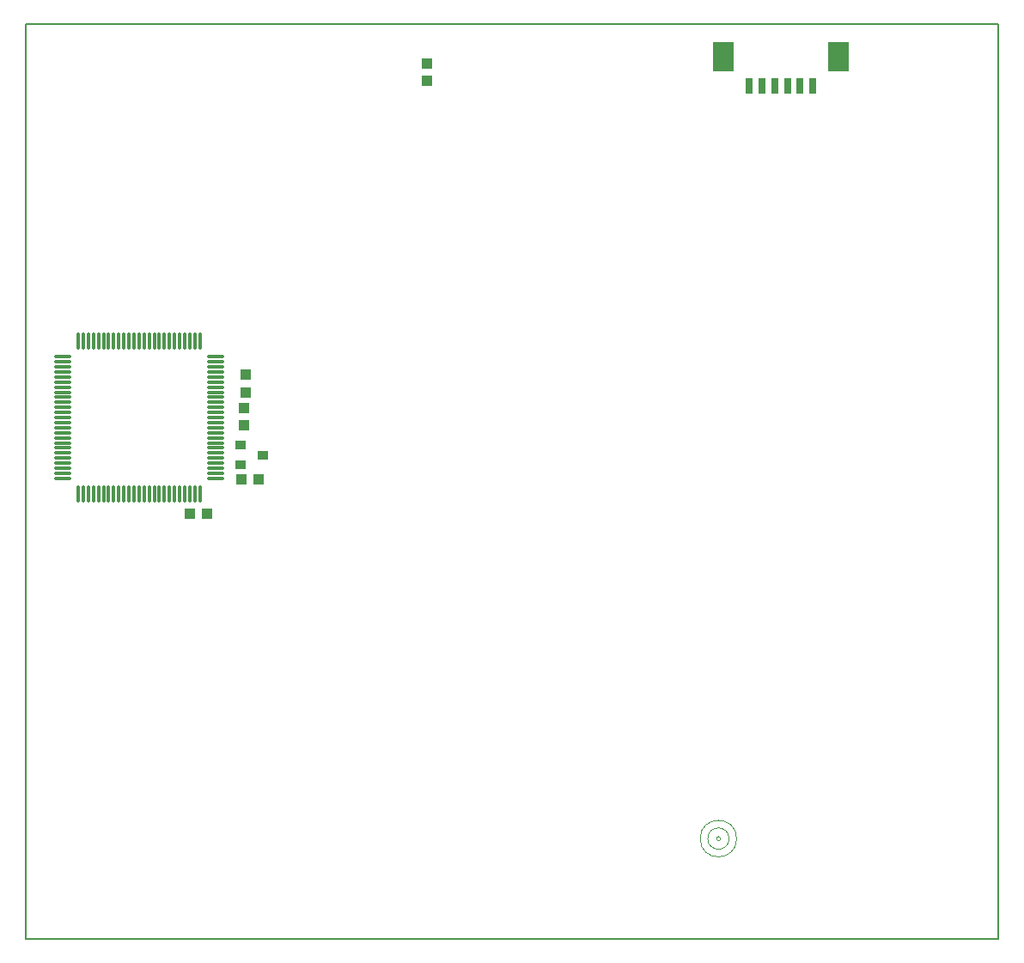
<source format=gbp>
%FSAX24Y24*%
%MOIN*%
G70*
G01*
G75*
G04 Layer_Color=128*
%ADD10C,0.0394*%
%ADD11C,0.0276*%
%ADD12R,0.0630X0.0709*%
%ADD13R,0.0433X0.0394*%
%ADD14R,0.0394X0.0433*%
%ADD15R,0.0591X0.1457*%
%ADD16R,0.0866X0.0236*%
%ADD17R,0.0866X0.0236*%
%ADD18R,0.0807X0.0532*%
%ADD19R,0.0532X0.0807*%
%ADD20R,0.0709X0.0630*%
%ADD21R,0.1014X0.0748*%
%ADD22R,0.0453X0.0236*%
%ADD23R,0.0650X0.0118*%
%ADD24R,0.0630X0.0118*%
%ADD25R,0.0591X0.0335*%
%ADD26R,0.0335X0.0591*%
%ADD27C,0.1969*%
%ADD28R,0.0315X0.0118*%
%ADD29C,0.0315*%
%ADD30C,0.0197*%
%ADD31C,0.0236*%
%ADD32C,0.0472*%
%ADD33C,0.0118*%
%ADD34C,0.0157*%
%ADD35C,0.0591*%
%ADD36R,0.1378X0.0565*%
%ADD37R,0.0945X0.1024*%
%ADD38R,0.0823X0.0266*%
%ADD39R,0.0866X0.0108*%
%ADD40R,0.0591X0.0630*%
%ADD41R,0.2520X0.2480*%
%ADD42C,0.0010*%
%ADD43C,0.0080*%
%ADD44R,0.0591X0.0591*%
%ADD45C,0.0591*%
%ADD46C,0.0984*%
%ADD47C,0.0620*%
%ADD48R,0.0620X0.0620*%
%ADD49C,0.2500*%
%ADD50C,0.0236*%
%ADD51C,0.0472*%
%ADD52C,0.0315*%
%ADD53R,0.0315X0.0630*%
%ADD54R,0.0827X0.1181*%
%ADD55O,0.0118X0.0709*%
%ADD56O,0.0709X0.0118*%
%ADD57R,0.0394X0.0374*%
%ADD58R,0.3307X0.3307*%
%ADD59C,0.0098*%
%ADD60C,0.0079*%
%ADD61C,0.0080*%
%ADD62C,0.0100*%
%ADD63R,0.0710X0.0789*%
%ADD64R,0.0513X0.0474*%
%ADD65R,0.0474X0.0513*%
%ADD66R,0.0671X0.1537*%
%ADD67R,0.0946X0.0316*%
%ADD68R,0.0946X0.0316*%
%ADD69R,0.0887X0.0612*%
%ADD70R,0.0612X0.0887*%
%ADD71R,0.0789X0.0710*%
%ADD72R,0.1094X0.0828*%
%ADD73R,0.0533X0.0316*%
%ADD74R,0.0730X0.0198*%
%ADD75R,0.0710X0.0198*%
%ADD76R,0.0671X0.0415*%
%ADD77R,0.0415X0.0671*%
%ADD78C,0.2049*%
%ADD79R,0.0395X0.0198*%
%ADD80R,0.0671X0.0671*%
%ADD81C,0.0671*%
%ADD82C,0.1064*%
%ADD83C,0.0700*%
%ADD84R,0.0700X0.0700*%
%ADD85C,0.2580*%
%ADD86C,0.0316*%
%ADD87C,0.0552*%
%ADD88C,0.0395*%
%ADD89R,0.0395X0.0710*%
%ADD90R,0.0907X0.1261*%
%ADD91O,0.0198X0.0789*%
%ADD92O,0.0789X0.0198*%
%ADD93R,0.0474X0.0454*%
D13*
X048386Y077835D02*
D03*
X049055D02*
D03*
X047047Y076496D02*
D03*
X046378D02*
D03*
D14*
X055591Y093976D02*
D03*
Y093307D02*
D03*
X048543Y081890D02*
D03*
Y081220D02*
D03*
X048465Y079921D02*
D03*
Y080591D02*
D03*
D42*
X067598Y063898D02*
G03*
X067598Y063898I-000709J000000D01*
G01*
X067303D02*
G03*
X067303Y063898I-000413J000000D01*
G01*
X066968D02*
G03*
X066968Y063898I-000079J000000D01*
G01*
D43*
X040000Y060000D02*
X077752D01*
X040000Y095500D02*
X077752D01*
Y060000D02*
Y095500D01*
X040000Y060000D02*
Y095500D01*
D53*
X070551Y093110D02*
D03*
X068091D02*
D03*
X068583D02*
D03*
X069075D02*
D03*
X069567D02*
D03*
X070059D02*
D03*
D54*
X067087Y094252D02*
D03*
X071555D02*
D03*
D55*
X046772Y083209D02*
D03*
X046575D02*
D03*
X046378D02*
D03*
X046181D02*
D03*
X045984D02*
D03*
X045787D02*
D03*
X045591D02*
D03*
X045394D02*
D03*
X045197D02*
D03*
X045000D02*
D03*
X044803D02*
D03*
X044606D02*
D03*
X044409D02*
D03*
X044213D02*
D03*
X044016D02*
D03*
X043819D02*
D03*
X043622D02*
D03*
X043425D02*
D03*
X043228D02*
D03*
X043031D02*
D03*
X042835D02*
D03*
X042638D02*
D03*
X042441D02*
D03*
X042244D02*
D03*
X042047D02*
D03*
X044409Y077264D02*
D03*
X044606D02*
D03*
X046378D02*
D03*
X046575D02*
D03*
X046772D02*
D03*
X046181D02*
D03*
X042638D02*
D03*
X042441D02*
D03*
X042244D02*
D03*
X042047D02*
D03*
X045000D02*
D03*
X044803D02*
D03*
X045787D02*
D03*
X045591D02*
D03*
X045394D02*
D03*
X045197D02*
D03*
X044213D02*
D03*
X045984D02*
D03*
X044016D02*
D03*
X043819D02*
D03*
X043622D02*
D03*
X043425D02*
D03*
X043228D02*
D03*
X043031D02*
D03*
X042835D02*
D03*
D56*
X041437Y082598D02*
D03*
Y082402D02*
D03*
Y082205D02*
D03*
Y082008D02*
D03*
Y081811D02*
D03*
Y081614D02*
D03*
Y081417D02*
D03*
Y081220D02*
D03*
Y081024D02*
D03*
Y080827D02*
D03*
Y080630D02*
D03*
Y080433D02*
D03*
Y080236D02*
D03*
Y080039D02*
D03*
Y079843D02*
D03*
Y079252D02*
D03*
Y079055D02*
D03*
X047382Y077874D02*
D03*
Y078071D02*
D03*
Y078268D02*
D03*
Y078465D02*
D03*
Y078661D02*
D03*
Y078858D02*
D03*
Y079055D02*
D03*
Y079252D02*
D03*
Y079449D02*
D03*
Y079646D02*
D03*
Y079843D02*
D03*
Y080039D02*
D03*
Y080236D02*
D03*
Y080433D02*
D03*
Y080630D02*
D03*
Y080827D02*
D03*
Y081024D02*
D03*
Y081220D02*
D03*
Y081417D02*
D03*
Y081614D02*
D03*
Y081811D02*
D03*
Y082008D02*
D03*
Y082205D02*
D03*
Y082402D02*
D03*
Y082598D02*
D03*
X041437Y077874D02*
D03*
Y078071D02*
D03*
Y078268D02*
D03*
Y078465D02*
D03*
Y079449D02*
D03*
Y079646D02*
D03*
Y078661D02*
D03*
Y078858D02*
D03*
D57*
X049222Y078780D02*
D03*
X048337Y079154D02*
D03*
Y078405D02*
D03*
M02*

</source>
